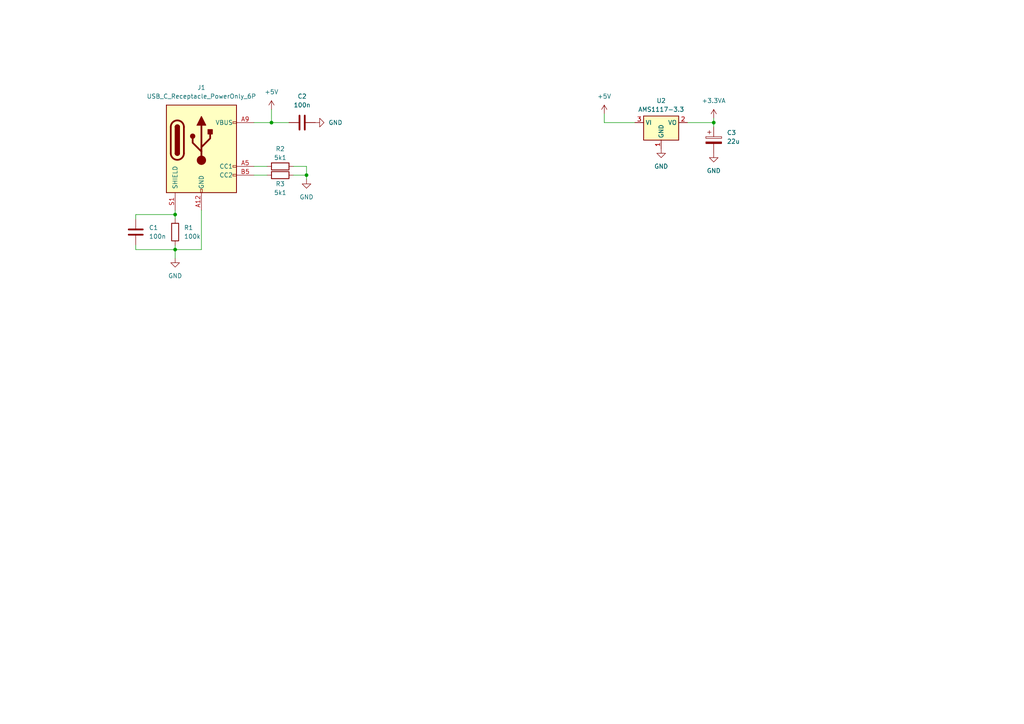
<source format=kicad_sch>
(kicad_sch (version 20230121) (generator eeschema)
  (paper "A4")
  (lib_symbols
    (symbol "Connector:USB_C_Receptacle_PowerOnly_6P" (pin_names (offset 1.016))
      (property "Reference" "J" (at 0 16.51 0))
      (property "Value" "USB_C_Receptacle_PowerOnly_6P" (at 0 13.97 0))
      (symbol "USB_C_Receptacle_PowerOnly_6P_0_0"
        (rectangle (start -0.254 -12.7) (end 0.254 -11.684))
        (rectangle (start 10.16 -7.366) (end 9.144 -7.874))
        (rectangle (start 10.16 -4.826) (end 9.144 -5.334))
        (rectangle (start 10.16 7.874) (end 9.144 7.366))
      )
      (symbol "USB_C_Receptacle_PowerOnly_6P_0_1"
        (rectangle (start -10.16 12.7) (end 10.16 -12.7) (stroke (width 0.254)) (fill (type background)))
        (arc (start -8.89 -1.27) (mid -6.985 -3.1667) (end -5.08 -1.27) (stroke (width 0.508)))
        (arc (start -7.62 -1.27) (mid -6.985 -1.9023) (end -6.35 -1.27) (stroke (width 0.254)))
        (arc (start -7.62 -1.27) (mid -6.985 -1.9023) (end -6.35 -1.27) (stroke (width 0.254)) (fill (type outline)))
        (rectangle (start -7.62 -1.27) (end -6.35 6.35) (stroke (width 0.254)) (fill (type outline)))
        (arc (start -6.35 6.35) (mid -6.985 6.9823) (end -7.62 6.35) (stroke (width 0.254)))
        (arc (start -6.35 6.35) (mid -6.985 6.9823) (end -7.62 6.35) (stroke (width 0.254)) (fill (type outline)))
        (arc (start -5.08 6.35) (mid -6.985 8.2467) (end -8.89 6.35) (stroke (width 0.508)))
        (circle (center -2.54 3.683) (radius 0.635) (stroke (width 0.254)) (fill (type outline)))
        (circle (center 0 -3.302) (radius 1.27) (fill (type outline)))
        (polyline (pts (xy -8.89 -1.27) (xy -8.89 6.35)) (stroke (width 0.508)))
        (polyline (pts (xy -5.08 6.35) (xy -5.08 -1.27)) (stroke (width 0.508)))
        (polyline (pts (xy 0 -3.302) (xy 0 6.858)) (stroke (width 0.508)))
        (polyline (pts (xy 0 -0.762) (xy -2.54 1.778) (xy -2.54 3.048)) (stroke (width 0.508)))
        (polyline (pts (xy 0 0.508) (xy 2.54 3.048) (xy 2.54 4.318)) (stroke (width 0.508)))
        (polyline (pts (xy -1.27 6.858) (xy 0 9.398) (xy 1.27 6.858) (xy -1.27 6.858)) (stroke (width 0.254)) (fill (type outline)))
        (rectangle (start 1.905 4.318) (end 3.175 5.588) (stroke (width 0.254)) (fill (type outline)))
      )
      (symbol "USB_C_Receptacle_PowerOnly_6P_1_1"
        (pin passive line (at 0 -17.78 90) (length 5.08) (name "GND") (number "A12"))
        (pin bidirectional line (at 15.24 -5.08 180) (length 5.08) (name "CC1") (number "A5"))
        (pin passive line (at 15.24 7.62 180) (length 5.08) (name "VBUS") (number "A9"))
        (pin passive line (at 0 -17.78 90) (length 5.08) hide (name "GND") (number "B12"))
        (pin bidirectional line (at 15.24 -7.62 180) (length 5.08) (name "CC2") (number "B5"))
        (pin passive line (at 15.24 7.62 180) (length 5.08) hide (name "VBUS") (number "B9"))
        (pin passive line (at -7.62 -17.78 90) (length 5.08) (name "SHIELD") (number "S1"))
      )
    )
    (symbol "Device:C" (pin_numbers hide) (pin_names (offset 0.254))
      (property "Reference" "C" (at 0.635 2.54 0))
      (property "Value" "C" (at 0.635 -2.54 0))
      (symbol "C_0_1"
        (polyline (pts (xy -2.032 -0.762) (xy 2.032 -0.762)) (stroke (width 0.508)))
        (polyline (pts (xy -2.032 0.762) (xy 2.032 0.762)) (stroke (width 0.508)))
      )
      (symbol "C_1_1"
        (pin passive line (at 0 3.81 270) (length 2.794) (name "~") (number "1"))
        (pin passive line (at 0 -3.81 90) (length 2.794) (name "~") (number "2"))
      )
    )
    (symbol "Device:C_Polarized" (pin_numbers hide) (pin_names (offset 0.254))
      (property "Reference" "C" (at 0.635 2.54 0))
      (property "Value" "C_Polarized" (at 0.635 -2.54 0))
      (symbol "C_Polarized_0_1"
        (rectangle (start -2.286 0.508) (end 2.286 1.016))
        (polyline (pts (xy -1.778 2.286) (xy -0.762 2.286)))
        (polyline (pts (xy -1.27 2.794) (xy -1.27 1.778)))
        (rectangle (start 2.286 -0.508) (end -2.286 -1.016) (fill (type outline)))
      )
      (symbol "C_Polarized_1_1"
        (pin passive line (at 0 3.81 270) (length 2.794) (name "~") (number "1"))
        (pin passive line (at 0 -3.81 90) (length 2.794) (name "~") (number "2"))
      )
    )
    (symbol "Device:R" (pin_numbers hide) (pin_names (offset 0))
      (property "Reference" "R" (at 2.032 0 90))
      (property "Value" "R" (at 0 0 90))
      (symbol "R_0_1"
        (rectangle (start -1.016 -2.54) (end 1.016 2.54) (stroke (width 0.254)))
      )
      (symbol "R_1_1"
        (pin passive line (at 0 3.81 270) (length 1.27) (name "~") (number "1"))
        (pin passive line (at 0 -3.81 90) (length 1.27) (name "~") (number "2"))
      )
    )
    (symbol "Regulator_Linear:AMS1117-3.3"
      (property "Reference" "U" (at -3.81 3.175 0))
      (property "Value" "AMS1117-3.3" (at 0 3.175 0))
      (symbol "AMS1117-3.3_0_1"
        (rectangle (start -5.08 -5.08) (end 5.08 1.905) (stroke (width 0.254)) (fill (type background)))
      )
      (symbol "AMS1117-3.3_1_1"
        (pin power_in line (at 0 -7.62 90) (length 2.54) (name "GND") (number "1"))
        (pin power_out line (at 7.62 0 180) (length 2.54) (name "VO") (number "2"))
        (pin power_in line (at -7.62 0 0) (length 2.54) (name "VI") (number "3"))
      )
    )
    (symbol "power:+3.3VA" (power) (pin_names (offset 0))
      (property "Value" "+3.3VA" (at 0 3.556 0))
      (symbol "+3.3VA_0_1"
        (polyline (pts (xy -0.762 1.27) (xy 0 2.54)))
        (polyline (pts (xy 0 0) (xy 0 2.54)))
        (polyline (pts (xy 0 2.54) (xy 0.762 1.27)))
      )
      (symbol "+3.3VA_1_1"
        (pin power_in line (at 0 0 90) (length 0) hide (name "+3.3VA") (number "1"))
      )
    )
    (symbol "power:+5V" (power) (pin_names (offset 0))
      (property "Value" "+5V" (at 0 3.556 0))
      (symbol "+5V_0_1"
        (polyline (pts (xy -0.762 1.27) (xy 0 2.54)))
        (polyline (pts (xy 0 0) (xy 0 2.54)))
        (polyline (pts (xy 0 2.54) (xy 0.762 1.27)))
      )
      (symbol "+5V_1_1"
        (pin power_in line (at 0 0 90) (length 0) hide (name "+5V") (number "1"))
      )
    )
    (symbol "power:GND" (power) (pin_names (offset 0))
      (property "Value" "GND" (at 0 -3.81 0))
      (symbol "GND_0_1"
        (polyline (pts (xy 0 0) (xy 0 -1.27) (xy 1.27 -1.27) (xy 0 -2.54) (xy -1.27 -1.27) (xy 0 -1.27)))
      )
      (symbol "GND_1_1"
        (pin power_in line (at 0 0 270) (length 0) hide (name "GND") (number "1"))
      )
    )
  )
  (junction (at 207.01 35.56))
  (junction (at 88.9 50.8))
  (junction (at 78.74 35.56))
  (junction (at 50.8 72.39))
  (junction (at 50.8 62.23))
  (wire (pts (xy 50.8 60.96) (xy 50.8 62.23)))
  (wire (pts (xy 73.66 35.56) (xy 78.74 35.56)))
  (wire (pts (xy 39.37 62.23) (xy 39.37 63.5)))
  (wire (pts (xy 73.66 48.26) (xy 77.47 48.26)))
  (wire (pts (xy 207.01 35.56) (xy 199.39 35.56)))
  (wire (pts (xy 50.8 62.23) (xy 39.37 62.23)))
  (wire (pts (xy 50.8 62.23) (xy 50.8 63.5)))
  (wire (pts (xy 78.74 35.56) (xy 83.82 35.56)))
  (wire (pts (xy 175.26 33.02) (xy 175.26 35.56)))
  (wire (pts (xy 88.9 50.8) (xy 85.09 50.8)))
  (wire (pts (xy 88.9 50.8) (xy 88.9 52.07)))
  (wire (pts (xy 207.01 34.29) (xy 207.01 35.56)))
  (wire (pts (xy 50.8 72.39) (xy 50.8 74.93)))
  (wire (pts (xy 78.74 31.75) (xy 78.74 35.56)))
  (wire (pts (xy 50.8 72.39) (xy 39.37 72.39)))
  (wire (pts (xy 73.66 50.8) (xy 77.47 50.8)))
  (wire (pts (xy 58.42 60.96) (xy 58.42 72.39)))
  (wire (pts (xy 207.01 36.83) (xy 207.01 35.56)))
  (wire (pts (xy 88.9 48.26) (xy 88.9 50.8)))
  (wire (pts (xy 50.8 71.12) (xy 50.8 72.39)))
  (wire (pts (xy 58.42 72.39) (xy 50.8 72.39)))
  (wire (pts (xy 85.09 48.26) (xy 88.9 48.26)))
  (wire (pts (xy 39.37 72.39) (xy 39.37 71.12)))
  (wire (pts (xy 184.15 35.56) (xy 175.26 35.56)))
  (symbol (lib_id "power:+5V") (at 175.26 33.02 0) (unit 1)
    (property "Reference" "#PWR08" (effects hide))
    (property "Value" "+5V" (at 175.26 27.94 0))
  )
  (symbol (lib_id "Device:R") (at 50.8 67.31 0) (unit 1)
    (property "Reference" "R1" (at 53.34 66.04 0) (effects (justify left)))
    (property "Value" "100k" (at 53.34 68.58 0) (effects (justify left)))
    (property "Footprint" "Resistor_SMD:R_0805_2012Metric_Pad1.20x1.40mm_HandSolder" (effects hide))
  )
  (symbol (lib_id "Device:C_Polarized") (at 207.01 40.64 0) (unit 1)
    (property "Reference" "C3" (at 210.82 38.481 0) (effects (justify left)))
    (property "Value" "22u" (at 210.82 41.021 0) (effects (justify left)))
    (property "Footprint" "Capacitor_SMD:CP_Elec_4x5.4" (effects hide))
  )
  (symbol (lib_id "power:+3.3VA") (at 207.01 34.29 0) (unit 1)
    (property "Reference" "#PWR010" (effects hide))
    (property "Value" "+3.3VA" (at 207.01 29.21 0))
  )
  (symbol (lib_id "Device:R") (at 81.28 50.8 90) (unit 1)
    (property "Reference" "R3" (at 81.28 53.34 90))
    (property "Value" "5k1" (at 81.28 55.88 90))
    (property "Footprint" "Resistor_SMD:R_0805_2012Metric_Pad1.20x1.40mm_HandSolder" (effects hide))
  )
  (symbol (lib_id "Connector:USB_C_Receptacle_PowerOnly_6P") (at 58.42 43.18 0) (unit 1)
    (property "Reference" "J1" (at 58.42 25.4 0))
    (property "Value" "USB_C_Receptacle_PowerOnly_6P" (at 58.42 27.94 0))
    (property "Footprint" "Connector_USB:USB_C_Receptacle_GCT_USB4125-xx-x_6P_TopMnt_Horizontal" (effects hide))
    (property "Datasheet" "https://www.usb.org/sites/default/files/documents/usb_type-c.zip" (effects hide))
  )
  (symbol (lib_id "Device:C") (at 87.63 35.56 90) (unit 1)
    (property "Reference" "C2" (at 87.63 27.94 90))
    (property "Value" "100n" (at 87.63 30.48 90))
    (property "Footprint" "Capacitor_SMD:C_0805_2012Metric_Pad1.18x1.45mm_HandSolder" (effects hide))
  )
  (symbol (lib_id "power:GND") (at 88.9 52.07 0) (unit 1)
    (property "Reference" "#PWR06" (effects hide))
    (property "Value" "GND" (at 88.9 57.15 0))
  )
  (symbol (lib_id "Regulator_Linear:AMS1117-3.3") (at 191.77 35.56 0) (unit 1)
    (property "Reference" "U2" (at 191.77 29.21 0))
    (property "Value" "AMS1117-3.3" (at 191.77 31.75 0))
    (property "Footprint" "Package_TO_SOT_SMD:SOT-223-3_TabPin2" (effects hide))
    (property "Datasheet" "http://www.advanced-monolithic.com/pdf/ds1117.pdf" (effects hide))
  )
  (symbol (lib_id "Device:C") (at 39.37 67.31 0) (unit 1)
    (property "Reference" "C1" (at 43.18 66.04 0) (effects (justify left)))
    (property "Value" "100n" (at 43.18 68.58 0) (effects (justify left)))
    (property "Footprint" "Capacitor_SMD:C_0805_2012Metric_Pad1.18x1.45mm_HandSolder" (effects hide))
  )
  (symbol (lib_id "power:GND") (at 207.01 44.45 0) (unit 1)
    (property "Reference" "#PWR011" (effects hide))
    (property "Value" "GND" (at 207.01 49.53 0))
  )
  (symbol (lib_id "power:GND") (at 50.8 74.93 0) (unit 1)
    (property "Reference" "#PWR04" (effects hide))
    (property "Value" "GND" (at 50.8 80.01 0))
  )
  (symbol (lib_id "Device:R") (at 81.28 48.26 90) (unit 1)
    (property "Reference" "R2" (at 81.28 43.18 90))
    (property "Value" "5k1" (at 81.28 45.72 90))
    (property "Footprint" "Resistor_SMD:R_0805_2012Metric_Pad1.20x1.40mm_HandSolder" (effects hide))
  )
  (symbol (lib_id "power:GND") (at 91.44 35.56 90) (unit 1)
    (property "Reference" "#PWR07" (effects hide))
    (property "Value" "GND" (at 95.25 35.56 90) (effects (justify right)))
  )
  (symbol (lib_id "power:+5V") (at 78.74 31.75 0) (unit 1)
    (property "Reference" "#PWR05" (effects hide))
    (property "Value" "+5V" (at 78.74 26.67 0))
  )
  (symbol (lib_id "power:GND") (at 191.77 43.18 0) (unit 1)
    (property "Reference" "#PWR09" (effects hide))
    (property "Value" "GND" (at 191.77 48.26 0))
  )
)
</source>
